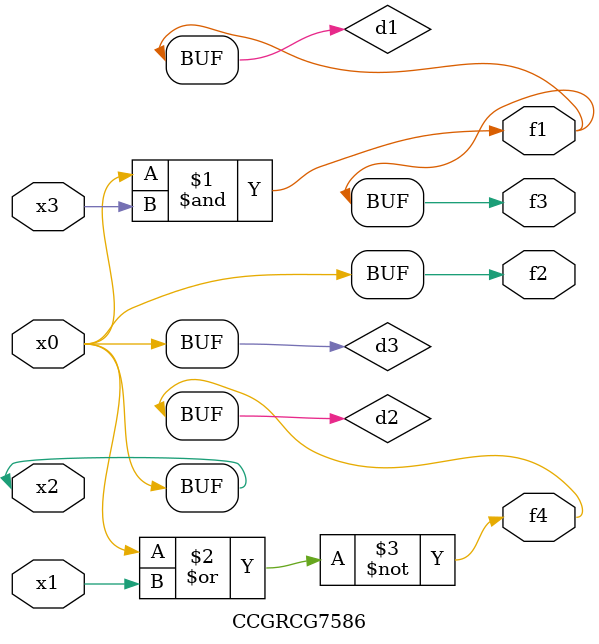
<source format=v>
module CCGRCG7586(
	input x0, x1, x2, x3,
	output f1, f2, f3, f4
);

	wire d1, d2, d3;

	and (d1, x2, x3);
	nor (d2, x0, x1);
	buf (d3, x0, x2);
	assign f1 = d1;
	assign f2 = d3;
	assign f3 = d1;
	assign f4 = d2;
endmodule

</source>
